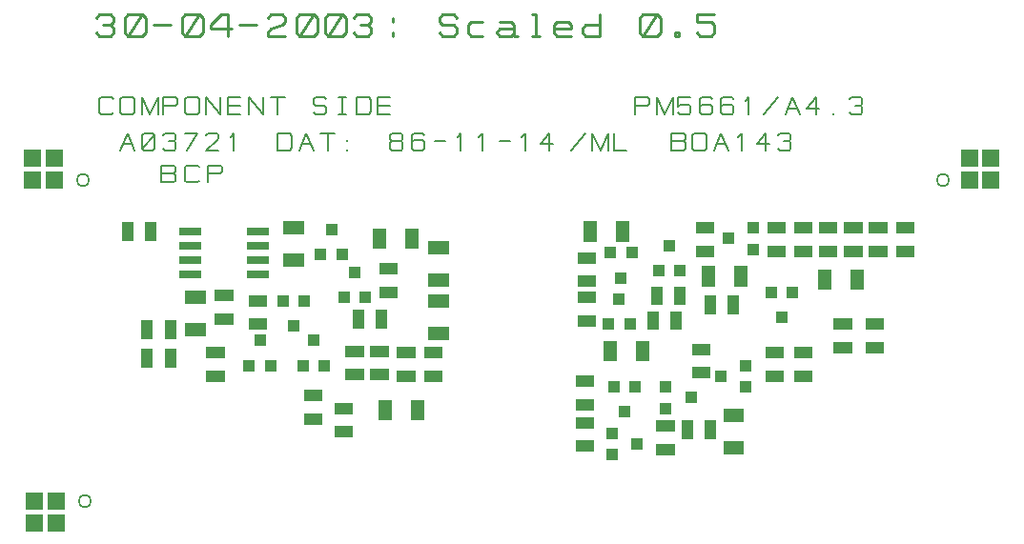
<source format=gbr>
*
%LPD*%
%LNStencil1*%
%FSLAX24Y24*%
%MOIN*%
%AD*%
%ADD10C,0.010000*%
%ADD11R,0.030000X0.030000*%
%ADD12R,0.040000X0.040000*%
%ADD13R,0.047000X0.047000*%
%ADD14C,0.050000X0.037500*%
%ADD15R,0.059000X0.059000*%
%ADD16C,0.005000*%
D11*
X28500Y51250D3*
X28750Y51750D3*
X28750Y52250D3*
X28750Y52750D3*
X28500Y52750D3*
X29000Y52750D3*
X29000Y52250D3*
X28500Y52250D3*
X28500Y51750D3*
X28750Y51250D3*
X29000Y51750D3*
X29000Y51250D3*
X30875Y51250D3*
X31125Y51250D3*
X31125Y51750D3*
X31125Y52250D3*
X31125Y52750D3*
X30875Y52250D3*
X30875Y51750D3*
X31375Y51750D3*
X31375Y51250D3*
X31375Y52250D3*
X31375Y52750D3*
X30875Y52750D3*
D12*
X31000Y50315D3*
X31250Y50315D3*
X32000Y50310D3*
X32750Y50310D3*
X32375Y49435D3*
X33065Y48940D3*
X33440Y48065D3*
X32690Y48065D3*
X31565Y48065D3*
X30815Y48065D3*
X31190Y48940D3*
X31000Y49500D3*
X31250Y49500D3*
X30065Y49685D3*
X29815Y49685D3*
X29815Y50500D3*
X30065Y50500D3*
X29755Y48500D3*
X29755Y47685D3*
X29505Y47685D3*
X29505Y48500D3*
X28065Y48435D3*
X28065Y49185D3*
X27250Y49185D3*
X27250Y49435D3*
X28065Y49435D3*
X28065Y48185D3*
X27250Y48185D3*
X27250Y48435D3*
X27375Y52625D3*
X26560Y52625D3*
X26560Y52875D3*
X27375Y52875D3*
X33690Y52815D3*
X34065Y51940D3*
X33315Y51940D3*
X34500Y51315D3*
X35565Y51440D3*
X35565Y50625D3*
X34875Y50440D3*
X34125Y50440D3*
X34625Y49810D3*
X34625Y49560D3*
X35440Y49560D3*
X35440Y49810D3*
X35815Y50625D3*
X35815Y51440D3*
X35500Y48565D3*
X34625Y48565D3*
X34375Y48565D3*
X34375Y47750D3*
X34625Y47750D3*
X35250Y47750D3*
X35250Y48565D3*
X36185Y48505D3*
X36435Y48505D3*
X36435Y47690D3*
X36185Y47690D3*
X35500Y47750D3*
X37125Y47690D3*
X37125Y48505D3*
X37375Y48505D3*
X37375Y47690D3*
X34250Y46565D3*
X34000Y46565D3*
X34000Y45750D3*
X34250Y45750D3*
X33185Y46190D3*
X33185Y47005D3*
X32935Y47005D3*
X32935Y46190D3*
X42435Y46065D3*
X42685Y46065D3*
X42685Y45250D3*
X42435Y45250D3*
X43505Y44940D3*
X43505Y45690D3*
X43940Y46435D3*
X44315Y47310D3*
X43565Y47310D3*
X42685Y47505D3*
X42435Y47505D3*
X42435Y46690D3*
X42685Y46690D3*
X45380Y46565D3*
X45380Y47315D3*
X46255Y46940D3*
X46500Y47815D3*
X47310Y47690D3*
X46750Y47815D3*
X46750Y48630D3*
X46500Y48630D3*
X45750Y49500D3*
X44935Y49500D3*
X44125Y49505D3*
X43375Y49505D3*
X42750Y49625D3*
X42750Y50440D3*
X42500Y51000D3*
X42500Y51815D3*
X42750Y51815D3*
X43440Y52000D3*
X44190Y52000D3*
X43815Y51125D3*
X43750Y50380D3*
X42500Y50440D3*
X42750Y51000D3*
X42500Y49625D3*
X44935Y49750D3*
X45750Y49750D3*
X45875Y50375D3*
X45060Y50375D3*
X45060Y50625D3*
X45125Y51380D3*
X45875Y51380D3*
X45875Y50625D3*
X46935Y50310D3*
X46935Y50060D3*
X47750Y50060D3*
X47750Y50310D3*
X49065Y50625D3*
X49815Y50625D3*
X49440Y49750D3*
X49315Y48500D3*
X49315Y47685D3*
X49065Y47685D3*
X49065Y48500D3*
X50060Y48505D3*
X50310Y48505D3*
X50310Y47690D3*
X50060Y47690D3*
X48185Y48065D3*
X48185Y47315D3*
X46940Y45935D3*
X46125Y45935D3*
X46125Y45685D3*
X46940Y45685D3*
X45500Y45940D3*
X45250Y45940D3*
X45250Y45125D3*
X45500Y45125D3*
X44380Y45315D3*
X45500Y52255D3*
X46625Y52065D3*
X46625Y52880D3*
X46875Y52880D3*
X46875Y52065D3*
X47560Y52500D3*
X48435Y52875D3*
X48435Y52125D3*
X49130Y52060D3*
X49380Y52060D3*
X49380Y52875D3*
X49130Y52875D3*
X50060Y52880D3*
X50310Y52880D3*
X50310Y52065D3*
X50060Y52065D3*
X50935Y52065D3*
X51810Y52065D3*
X51810Y52880D3*
X52060Y52880D3*
X52060Y52065D3*
X52685Y52065D3*
X52685Y52880D3*
X52935Y52880D3*
X52935Y52065D3*
X53625Y52065D3*
X53625Y52880D3*
X53875Y52880D3*
X53875Y52065D3*
X51185Y52065D3*
X51185Y52880D3*
X50935Y52880D3*
X51440Y49500D3*
X51440Y48685D3*
X51690Y48685D3*
X51690Y49500D3*
X52565Y49500D3*
X52565Y48685D3*
X52815Y48685D3*
X52815Y49500D3*
D13*
X52065Y50940D3*
X52065Y51190D3*
X50940Y51190D3*
X50940Y50940D3*
X48000Y51065D3*
X48000Y51315D3*
X46875Y51315D3*
X46875Y51065D3*
X43875Y52625D3*
X43875Y52875D3*
X42750Y52875D3*
X42750Y52625D3*
X43440Y48690D3*
X43440Y48440D3*
X44565Y48440D3*
X44565Y48690D3*
X47625Y46315D3*
X47875Y46315D3*
X47875Y45190D3*
X47625Y45190D3*
X36690Y46375D3*
X36690Y46625D3*
X35565Y46625D3*
X35565Y46375D3*
X37315Y49190D3*
X37565Y49190D3*
X37565Y50315D3*
X37565Y51065D3*
X37315Y51065D3*
X37315Y50315D3*
X37315Y52190D3*
X37565Y52190D3*
X36500Y52375D3*
X36500Y52625D3*
X35375Y52625D3*
X35375Y52375D3*
X32500Y52875D3*
X32250Y52875D3*
X32250Y51750D3*
X32500Y51750D3*
X29065Y50440D3*
X28815Y50440D3*
X28815Y49315D3*
X29065Y49315D3*
D14*
X25000Y54565D3*
X25065Y43315D3*
X55065Y54565D3*
D15*
X56000Y54565D3*
X56000Y55315D3*
X56750Y55315D3*
X56750Y54565D3*
X24000Y54565D3*
X23250Y54565D3*
X23250Y55315D3*
X24000Y55315D3*
X24065Y43315D3*
X23315Y43315D3*
X23315Y42565D3*
X24065Y42565D3*
X26065Y56905D2*
D16*
X26000Y56845D1*
X25625Y56845D1*
X25565Y56905D1*
X25565Y57375D1*
X25625Y57440D1*
X26000Y57440D1*
X26065Y57375D1*
X26815Y56905D2*
X26750Y56845D1*
X26375Y56845D1*
X26315Y56905D1*
X26315Y57375D1*
X26375Y57440D1*
X26750Y57440D1*
X26815Y57375D1*
X26815Y56905D1*
X27065Y56845D2*
X27065Y57440D1*
X27345Y56845D1*
X27625Y57440D1*
X27625Y56845D1*
X27815Y56845D2*
X27815Y57440D1*
X28250Y57440D1*
X28315Y57375D1*
X28315Y57220D1*
X28250Y57155D1*
X27815Y57155D1*
X29065Y56905D2*
X29000Y56845D1*
X28625Y56845D1*
X28565Y56905D1*
X28565Y57375D1*
X28625Y57440D1*
X29000Y57440D1*
X29065Y57375D1*
X29065Y56905D1*
X29315Y56845D2*
X29315Y57440D1*
X29815Y56845D1*
X29815Y57440D1*
X30500Y56845D2*
X30065Y56845D1*
X30065Y57440D1*
X30500Y57440D1*
X30500Y57155D2*
X30065Y57155D1*
X30815Y56845D2*
X30815Y57440D1*
X31315Y56845D1*
X31315Y57440D1*
X31565Y57440D2*
X32065Y57440D1*
X31815Y57440D2*
X31815Y56845D1*
X33065Y56905D2*
X33125Y56845D1*
X33440Y56845D1*
X33500Y56905D1*
X33500Y57095D1*
X33440Y57155D1*
X33125Y57155D1*
X33065Y57220D1*
X33065Y57375D1*
X33125Y57440D1*
X33440Y57440D1*
X33500Y57375D1*
X34065Y56845D2*
X34065Y57440D1*
X33940Y56845D2*
X34190Y56845D1*
X33940Y57440D2*
X34190Y57440D1*
X34565Y56845D2*
X34565Y57440D1*
X35000Y57440D1*
X35065Y57345D1*
X35065Y56940D1*
X35000Y56845D1*
X34565Y56845D1*
X35750Y56845D2*
X35315Y56845D1*
X35315Y57440D1*
X35750Y57440D1*
X35750Y57155D2*
X35315Y57155D1*
X31815Y55595D2*
X31815Y56190D1*
X32250Y56190D1*
X32315Y56095D1*
X32315Y55690D1*
X32250Y55595D1*
X31815Y55595D1*
X32565Y55595D2*
X32815Y56190D1*
X33065Y55595D1*
X32655Y55815D2*
X32970Y55815D1*
X33315Y56190D2*
X33815Y56190D1*
X33565Y56190D2*
X33565Y55595D1*
X34250Y55595D2*
X34220Y55595D1*
X34220Y55625D1*
X34250Y55625D1*
X34250Y55595D1*
X34250Y55905D2*
X34220Y55905D1*
X34220Y55940D1*
X34250Y55940D1*
X34250Y55905D1*
X42065Y55595D2*
X42565Y56190D1*
X42815Y55595D2*
X42815Y56190D1*
X43095Y55595D1*
X43375Y56190D1*
X43375Y55595D1*
X44000Y55595D2*
X43565Y55595D1*
X43565Y56190D1*
X45565Y55595D2*
X45565Y56190D1*
X46000Y56190D1*
X46065Y56125D1*
X46065Y55970D1*
X46000Y55905D1*
X45565Y55905D1*
X46000Y55905D2*
X46065Y55845D1*
X46065Y55655D1*
X46000Y55595D1*
X45565Y55595D1*
X46815Y55655D2*
X46750Y55595D1*
X46375Y55595D1*
X46315Y55655D1*
X46315Y56125D1*
X46375Y56190D1*
X46750Y56190D1*
X46815Y56125D1*
X46815Y55655D1*
X47065Y55595D2*
X47315Y56190D1*
X47565Y55595D1*
X47155Y55815D2*
X47470Y55815D1*
X48030Y55595D2*
X48030Y56190D1*
X47905Y56065D1*
X48875Y55595D2*
X48875Y56190D1*
X48565Y55815D1*
X49000Y55815D1*
X49315Y56125D2*
X49375Y56190D1*
X49690Y56190D1*
X49750Y56125D1*
X49750Y55970D1*
X49690Y55905D1*
X49500Y55905D1*
X49690Y55905D1*
X49750Y55845D1*
X49750Y55655D1*
X49690Y55595D1*
X49375Y55595D1*
X49315Y55655D1*
X26315Y55595D2*
X26565Y56190D1*
X26815Y55595D1*
X26405Y55815D2*
X26720Y55815D1*
X27750Y54470D2*
X27750Y55065D1*
X28185Y55065D1*
X28250Y55000D1*
X28250Y54845D1*
X28185Y54780D1*
X27750Y54780D1*
X28185Y54780D2*
X28250Y54720D1*
X28250Y54530D1*
X28185Y54470D1*
X27750Y54470D1*
X29065Y54530D2*
X29000Y54470D1*
X28625Y54470D1*
X28565Y54530D1*
X28565Y55000D1*
X28625Y55065D1*
X29000Y55065D1*
X29065Y55000D1*
X29375Y54470D2*
X29375Y55065D1*
X29810Y55065D1*
X29875Y55000D1*
X29875Y54845D1*
X29810Y54780D1*
X29375Y54780D1*
X27500Y55655D2*
X27440Y55595D1*
X27125Y55595D1*
X27065Y55655D1*
X27065Y56125D1*
X27125Y56190D1*
X27440Y56190D1*
X27500Y56125D1*
X27500Y55655D1*
X27065Y55655D2*
X27500Y56125D1*
X27815Y56125D2*
X27875Y56190D1*
X28190Y56190D1*
X28250Y56125D1*
X28250Y55970D1*
X28190Y55905D1*
X28000Y55905D1*
X28190Y55905D1*
X28250Y55845D1*
X28250Y55655D1*
X28190Y55595D1*
X27875Y55595D1*
X27815Y55655D1*
X28565Y56190D2*
X29000Y56190D1*
X28625Y55595D1*
X29315Y56125D2*
X29375Y56190D1*
X29690Y56190D1*
X29750Y56125D1*
X29750Y56000D1*
X29690Y55940D1*
X29315Y55595D1*
X29750Y55595D1*
X30280Y55595D2*
X30280Y56190D1*
X30155Y56065D1*
X44315Y56845D2*
X44315Y57440D1*
X44750Y57440D1*
X44815Y57375D1*
X44815Y57220D1*
X44750Y57155D1*
X44315Y57155D1*
X45065Y56845D2*
X45065Y57440D1*
X45345Y56845D1*
X45625Y57440D1*
X45625Y56845D1*
X45815Y56905D2*
X45875Y56845D1*
X46190Y56845D1*
X46250Y56905D1*
X46250Y57125D1*
X46190Y57190D1*
X45875Y57190D1*
X45815Y57125D1*
X45815Y57440D1*
X46250Y57440D1*
X46565Y57125D2*
X46625Y57190D1*
X46940Y57190D1*
X47000Y57125D1*
X47000Y56905D1*
X46940Y56845D1*
X46625Y56845D1*
X46565Y56905D1*
X46565Y57375D1*
X46625Y57440D1*
X46940Y57440D1*
X47000Y57375D1*
X47315Y57125D2*
X47375Y57190D1*
X47690Y57190D1*
X47750Y57125D1*
X47750Y56905D1*
X47690Y56845D1*
X47375Y56845D1*
X47315Y56905D1*
X47315Y57375D1*
X47375Y57440D1*
X47690Y57440D1*
X47750Y57375D1*
X48280Y56845D2*
X48280Y57440D1*
X48155Y57315D1*
X48815Y56845D2*
X49315Y57440D1*
X49565Y56845D2*
X49815Y57440D1*
X50065Y56845D1*
X49655Y57065D2*
X49970Y57065D1*
X50625Y56845D2*
X50625Y57440D1*
X50315Y57065D1*
X50750Y57065D1*
X51250Y56845D2*
X51220Y56845D1*
X51220Y56875D1*
X51250Y56875D1*
X51250Y56845D1*
X51815Y57375D2*
X51875Y57440D1*
X52190Y57440D1*
X52250Y57375D1*
X52250Y57220D1*
X52190Y57155D1*
X52000Y57155D1*
X52190Y57155D1*
X52250Y57095D1*
X52250Y56905D1*
X52190Y56845D1*
X51875Y56845D1*
X51815Y56905D1*
X35750Y55655D2*
X35750Y55845D1*
X35810Y55905D1*
X36125Y55905D1*
X36185Y55970D1*
X36185Y56125D1*
X36125Y56190D1*
X35810Y56190D1*
X35750Y56125D1*
X35750Y55970D1*
X35810Y55905D1*
X36125Y55905D1*
X36185Y55845D1*
X36185Y55655D1*
X36125Y55595D1*
X35810Y55595D1*
X35750Y55655D1*
X36500Y55875D2*
X36560Y55940D1*
X36875Y55940D1*
X36935Y55875D1*
X36935Y55655D1*
X36875Y55595D1*
X36560Y55595D1*
X36500Y55655D1*
X36500Y56125D1*
X36560Y56190D1*
X36875Y56190D1*
X36935Y56125D1*
X37310Y55905D2*
X37685Y55905D1*
X38215Y55595D2*
X38215Y56190D1*
X38090Y56065D1*
X38965Y55595D2*
X38965Y56190D1*
X38840Y56065D1*
X39560Y55905D2*
X39935Y55905D1*
X40465Y55595D2*
X40465Y56190D1*
X40340Y56065D1*
X41310Y55595D2*
X41310Y56190D1*
X41000Y55815D1*
X41435Y55815D1*
X25459Y60221D2*
D10*
X25584Y60346D1*
X25959Y60346D1*
X26084Y60221D1*
X26084Y60096D1*
X25959Y59971D1*
X25709Y59971D1*
X25959Y59971D2*
X26084Y59846D1*
X26084Y59721D1*
X25959Y59596D1*
X25584Y59596D1*
X25459Y59721D1*
X26584Y60346D2*
X27084Y60346D1*
X27209Y60221D1*
X27209Y59721D1*
X27084Y59596D1*
X26584Y59596D1*
X26459Y59721D1*
X26459Y60221D1*
X26584Y60346D1*
X27084Y60346D2*
X26584Y59596D1*
X27459Y59971D2*
X28084Y59971D1*
X28584Y60346D2*
X29084Y60346D1*
X29209Y60221D1*
X29209Y59721D1*
X29084Y59596D1*
X28584Y59596D1*
X28459Y59721D1*
X28459Y60221D1*
X28584Y60346D1*
X29084Y60346D2*
X28584Y59596D1*
X29834Y60346D2*
X30084Y60346D1*
X30084Y59596D1*
X29834Y60346D2*
X29459Y59971D1*
X29459Y59846D1*
X30209Y59846D1*
X30459Y59971D2*
X31084Y59971D1*
X31459Y60221D2*
X31584Y60346D1*
X31959Y60346D1*
X32084Y60221D1*
X32084Y60096D1*
X31959Y59971D1*
X31584Y59846D1*
X31459Y59721D1*
X31459Y59596D1*
X32084Y59596D1*
X32584Y60346D2*
X33084Y60346D1*
X33209Y60221D1*
X33209Y59721D1*
X33084Y59596D1*
X32584Y59596D1*
X32459Y59721D1*
X32459Y60221D1*
X32584Y60346D1*
X33084Y60346D2*
X32584Y59596D1*
X33584Y60346D2*
X34084Y60346D1*
X34209Y60221D1*
X34209Y59721D1*
X34084Y59596D1*
X33584Y59596D1*
X33459Y59721D1*
X33459Y60221D1*
X33584Y60346D1*
X34084Y60346D2*
X33584Y59596D1*
X34459Y60221D2*
X34584Y60346D1*
X34959Y60346D1*
X35084Y60221D1*
X35084Y60096D1*
X34959Y59971D1*
X34709Y59971D1*
X34959Y59971D2*
X35084Y59846D1*
X35084Y59721D1*
X34959Y59596D1*
X34584Y59596D1*
X34459Y59721D1*
X35834Y60221D2*
X35834Y60096D1*
X35834Y59721D2*
X35834Y59596D1*
X38084Y60221D2*
X37959Y60346D1*
X37584Y60346D1*
X37459Y60221D1*
X37459Y60096D1*
X38084Y59846D2*
X38084Y59721D1*
X37959Y59596D1*
X37584Y59596D1*
X37459Y59721D1*
X37459Y60096D2*
X37584Y59971D1*
X37959Y59971D1*
X38084Y59846D1*
X38959Y60096D2*
X38584Y60096D1*
X38459Y59971D1*
X38459Y59721D1*
X38584Y59596D1*
X38959Y59596D1*
X39584Y60096D2*
X39959Y60096D1*
X40084Y59971D1*
X40084Y59596D1*
X40209Y59596D1*
X39584Y59846D2*
X39459Y59721D1*
X39584Y59596D1*
X39584Y59846D2*
X40084Y59846D1*
X40084Y59721D2*
X39959Y59596D1*
X39584Y59596D1*
X40834Y60346D2*
X40834Y59596D1*
X40834Y60346D2*
X40709Y60346D1*
X40709Y59596D2*
X40959Y59596D1*
X42084Y59846D2*
X42084Y59971D1*
X41959Y60096D1*
X41584Y60096D1*
X41459Y59971D1*
X41459Y59721D1*
X41584Y59596D1*
X42084Y59846D2*
X41459Y59846D1*
X41584Y59596D2*
X42084Y59596D1*
X43084Y60346D2*
X43084Y59596D1*
X42584Y59971D2*
X42459Y59846D1*
X42459Y59721D1*
X42584Y59596D1*
X42584Y59971D2*
X43084Y59971D1*
X42584Y59596D2*
X43084Y59596D1*
X44584Y60346D2*
X45084Y60346D1*
X45209Y60221D1*
X45209Y59721D1*
X45084Y59596D1*
X44584Y59596D1*
X44459Y59721D1*
X44459Y60221D1*
X44584Y60346D1*
X45084Y60346D2*
X44584Y59596D1*
X45709Y59721D2*
X45834Y59721D1*
X45834Y59596D1*
X45709Y59596D1*
X45709Y59721D1*
X46459Y60346D2*
X47084Y60346D1*
X46459Y60346D2*
X46459Y60096D1*
X46959Y60096D1*
X47084Y59971D1*
X47084Y59721D1*
X46959Y59596D1*
X46584Y59596D1*
X46459Y59721D1*
M2*

</source>
